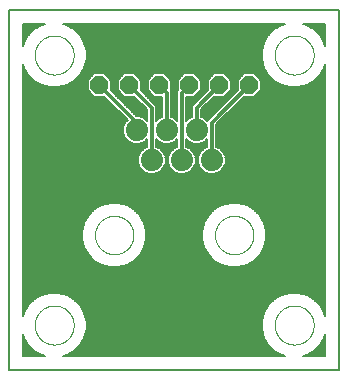
<source format=gtl>
G75*
%MOIN*%
%OFA0B0*%
%FSLAX25Y25*%
%IPPOS*%
%LPD*%
%AMOC8*
5,1,8,0,0,1.08239X$1,22.5*
%
%ADD10C,0.00600*%
%ADD11C,0.00000*%
%ADD12C,0.07400*%
%ADD13OC8,0.06000*%
%ADD14C,0.01200*%
D10*
X0001300Y0001300D02*
X0001300Y0121300D01*
X0111300Y0121300D01*
X0111300Y0001300D01*
X0001300Y0001300D01*
X0005900Y0005900D02*
X0013385Y0005900D01*
X0012131Y0006236D01*
X0009669Y0007658D01*
X0007658Y0009669D01*
X0006236Y0012131D01*
X0005900Y0013385D01*
X0005900Y0005900D01*
X0005900Y0005928D02*
X0013281Y0005928D01*
X0011628Y0006526D02*
X0005900Y0006526D01*
X0005900Y0007125D02*
X0010592Y0007125D01*
X0009603Y0007723D02*
X0005900Y0007723D01*
X0005900Y0008322D02*
X0009005Y0008322D01*
X0008406Y0008920D02*
X0005900Y0008920D01*
X0005900Y0009519D02*
X0007808Y0009519D01*
X0007399Y0010117D02*
X0005900Y0010117D01*
X0005900Y0010716D02*
X0007053Y0010716D01*
X0006708Y0011314D02*
X0005900Y0011314D01*
X0005900Y0011913D02*
X0006362Y0011913D01*
X0006134Y0012511D02*
X0005900Y0012511D01*
X0005900Y0013110D02*
X0005974Y0013110D01*
X0005900Y0019215D02*
X0005900Y0103385D01*
X0006236Y0102131D01*
X0007658Y0099669D01*
X0009669Y0097658D01*
X0012131Y0096236D01*
X0014878Y0095500D01*
X0017722Y0095500D01*
X0020469Y0096236D01*
X0022931Y0097658D01*
X0024942Y0099669D01*
X0026364Y0102131D01*
X0027100Y0104878D01*
X0027100Y0107722D01*
X0026364Y0110469D01*
X0024942Y0112931D01*
X0022931Y0114942D01*
X0020469Y0116364D01*
X0019215Y0116700D01*
X0093385Y0116700D01*
X0092131Y0116364D01*
X0089669Y0114942D01*
X0087658Y0112931D01*
X0086236Y0110469D01*
X0085500Y0107722D01*
X0085500Y0104878D01*
X0086236Y0102131D01*
X0087658Y0099669D01*
X0089669Y0097658D01*
X0092131Y0096236D01*
X0094878Y0095500D01*
X0097722Y0095500D01*
X0100469Y0096236D01*
X0102931Y0097658D01*
X0104942Y0099669D01*
X0106364Y0102131D01*
X0106700Y0103385D01*
X0106700Y0019215D01*
X0106364Y0020469D01*
X0104942Y0022931D01*
X0102931Y0024942D01*
X0100469Y0026364D01*
X0097722Y0027100D01*
X0094878Y0027100D01*
X0092131Y0026364D01*
X0089669Y0024942D01*
X0087658Y0022931D01*
X0086236Y0020469D01*
X0085500Y0017722D01*
X0085500Y0014878D01*
X0086236Y0012131D01*
X0087658Y0009669D01*
X0089669Y0007658D01*
X0092131Y0006236D01*
X0093385Y0005900D01*
X0019215Y0005900D01*
X0020469Y0006236D01*
X0022931Y0007658D01*
X0024942Y0009669D01*
X0026364Y0012131D01*
X0027100Y0014878D01*
X0027100Y0017722D01*
X0026364Y0020469D01*
X0024942Y0022931D01*
X0022931Y0024942D01*
X0020469Y0026364D01*
X0017722Y0027100D01*
X0014878Y0027100D01*
X0012131Y0026364D01*
X0009669Y0024942D01*
X0007658Y0022931D01*
X0006236Y0020469D01*
X0005900Y0019215D01*
X0005900Y0019694D02*
X0006028Y0019694D01*
X0005900Y0020292D02*
X0006189Y0020292D01*
X0005900Y0020891D02*
X0006480Y0020891D01*
X0006825Y0021489D02*
X0005900Y0021489D01*
X0005900Y0022088D02*
X0007171Y0022088D01*
X0007516Y0022686D02*
X0005900Y0022686D01*
X0005900Y0023285D02*
X0008011Y0023285D01*
X0008610Y0023883D02*
X0005900Y0023883D01*
X0005900Y0024482D02*
X0009208Y0024482D01*
X0009908Y0025080D02*
X0005900Y0025080D01*
X0005900Y0025679D02*
X0010944Y0025679D01*
X0011981Y0026277D02*
X0005900Y0026277D01*
X0005900Y0026876D02*
X0014041Y0026876D01*
X0018559Y0026876D02*
X0094041Y0026876D01*
X0091981Y0026277D02*
X0020619Y0026277D01*
X0021656Y0025679D02*
X0090944Y0025679D01*
X0089908Y0025080D02*
X0022692Y0025080D01*
X0023392Y0024482D02*
X0089208Y0024482D01*
X0088610Y0023883D02*
X0023990Y0023883D01*
X0024589Y0023285D02*
X0088011Y0023285D01*
X0087516Y0022686D02*
X0025084Y0022686D01*
X0025429Y0022088D02*
X0087171Y0022088D01*
X0086825Y0021489D02*
X0025775Y0021489D01*
X0026120Y0020891D02*
X0086480Y0020891D01*
X0086189Y0020292D02*
X0026411Y0020292D01*
X0026572Y0019694D02*
X0086028Y0019694D01*
X0085868Y0019095D02*
X0026732Y0019095D01*
X0026892Y0018497D02*
X0085708Y0018497D01*
X0085547Y0017898D02*
X0027053Y0017898D01*
X0027100Y0017300D02*
X0085500Y0017300D01*
X0085500Y0016701D02*
X0027100Y0016701D01*
X0027100Y0016103D02*
X0085500Y0016103D01*
X0085500Y0015504D02*
X0027100Y0015504D01*
X0027100Y0014905D02*
X0085500Y0014905D01*
X0085653Y0014307D02*
X0026947Y0014307D01*
X0026787Y0013708D02*
X0085813Y0013708D01*
X0085974Y0013110D02*
X0026626Y0013110D01*
X0026466Y0012511D02*
X0086134Y0012511D01*
X0086362Y0011913D02*
X0026238Y0011913D01*
X0025892Y0011314D02*
X0086708Y0011314D01*
X0087053Y0010716D02*
X0025547Y0010716D01*
X0025201Y0010117D02*
X0087399Y0010117D01*
X0087808Y0009519D02*
X0024792Y0009519D01*
X0024194Y0008920D02*
X0088406Y0008920D01*
X0089005Y0008322D02*
X0023595Y0008322D01*
X0022997Y0007723D02*
X0089603Y0007723D01*
X0090592Y0007125D02*
X0022008Y0007125D01*
X0020972Y0006526D02*
X0091628Y0006526D01*
X0093281Y0005928D02*
X0019318Y0005928D01*
X0005900Y0027474D02*
X0106700Y0027474D01*
X0106700Y0026876D02*
X0098559Y0026876D01*
X0100619Y0026277D02*
X0106700Y0026277D01*
X0106700Y0025679D02*
X0101656Y0025679D01*
X0102692Y0025080D02*
X0106700Y0025080D01*
X0106700Y0024482D02*
X0103392Y0024482D01*
X0103990Y0023883D02*
X0106700Y0023883D01*
X0106700Y0023285D02*
X0104589Y0023285D01*
X0105084Y0022686D02*
X0106700Y0022686D01*
X0106700Y0022088D02*
X0105429Y0022088D01*
X0105775Y0021489D02*
X0106700Y0021489D01*
X0106700Y0020891D02*
X0106120Y0020891D01*
X0106411Y0020292D02*
X0106700Y0020292D01*
X0106700Y0019694D02*
X0106572Y0019694D01*
X0106700Y0013385D02*
X0106700Y0005900D01*
X0099215Y0005900D01*
X0100469Y0006236D01*
X0102931Y0007658D01*
X0104942Y0009669D01*
X0106364Y0012131D01*
X0106700Y0013385D01*
X0106700Y0013110D02*
X0106626Y0013110D01*
X0106700Y0012511D02*
X0106466Y0012511D01*
X0106238Y0011913D02*
X0106700Y0011913D01*
X0106700Y0011314D02*
X0105892Y0011314D01*
X0105547Y0010716D02*
X0106700Y0010716D01*
X0106700Y0010117D02*
X0105201Y0010117D01*
X0104792Y0009519D02*
X0106700Y0009519D01*
X0106700Y0008920D02*
X0104194Y0008920D01*
X0103595Y0008322D02*
X0106700Y0008322D01*
X0106700Y0007723D02*
X0102997Y0007723D01*
X0102008Y0007125D02*
X0106700Y0007125D01*
X0106700Y0006526D02*
X0100972Y0006526D01*
X0099318Y0005928D02*
X0106700Y0005928D01*
X0106700Y0028073D02*
X0005900Y0028073D01*
X0005900Y0028671D02*
X0106700Y0028671D01*
X0106700Y0029270D02*
X0005900Y0029270D01*
X0005900Y0029868D02*
X0106700Y0029868D01*
X0106700Y0030467D02*
X0005900Y0030467D01*
X0005900Y0031065D02*
X0106700Y0031065D01*
X0106700Y0031664D02*
X0005900Y0031664D01*
X0005900Y0032262D02*
X0106700Y0032262D01*
X0106700Y0032861D02*
X0005900Y0032861D01*
X0005900Y0033459D02*
X0106700Y0033459D01*
X0106700Y0034058D02*
X0005900Y0034058D01*
X0005900Y0034656D02*
X0106700Y0034656D01*
X0106700Y0035255D02*
X0005900Y0035255D01*
X0005900Y0035853D02*
X0033946Y0035853D01*
X0034891Y0035600D02*
X0037709Y0035600D01*
X0040430Y0036329D01*
X0042870Y0037738D01*
X0044862Y0039730D01*
X0046271Y0042170D01*
X0047000Y0044891D01*
X0047000Y0047709D01*
X0046271Y0050430D01*
X0044862Y0052870D01*
X0042870Y0054862D01*
X0040430Y0056271D01*
X0037709Y0057000D01*
X0034891Y0057000D01*
X0032170Y0056271D01*
X0029730Y0054862D01*
X0027738Y0052870D01*
X0026329Y0050430D01*
X0025600Y0047709D01*
X0025600Y0044891D01*
X0026329Y0042170D01*
X0027738Y0039730D01*
X0029730Y0037738D01*
X0032170Y0036329D01*
X0034891Y0035600D01*
X0031957Y0036452D02*
X0005900Y0036452D01*
X0005900Y0037050D02*
X0030921Y0037050D01*
X0029884Y0037649D02*
X0005900Y0037649D01*
X0005900Y0038247D02*
X0029220Y0038247D01*
X0028622Y0038846D02*
X0005900Y0038846D01*
X0005900Y0039444D02*
X0028023Y0039444D01*
X0027557Y0040043D02*
X0005900Y0040043D01*
X0005900Y0040641D02*
X0027212Y0040641D01*
X0026866Y0041240D02*
X0005900Y0041240D01*
X0005900Y0041839D02*
X0026521Y0041839D01*
X0026258Y0042437D02*
X0005900Y0042437D01*
X0005900Y0043036D02*
X0026097Y0043036D01*
X0025937Y0043634D02*
X0005900Y0043634D01*
X0005900Y0044233D02*
X0025777Y0044233D01*
X0025616Y0044831D02*
X0005900Y0044831D01*
X0005900Y0045430D02*
X0025600Y0045430D01*
X0025600Y0046028D02*
X0005900Y0046028D01*
X0005900Y0046627D02*
X0025600Y0046627D01*
X0025600Y0047225D02*
X0005900Y0047225D01*
X0005900Y0047824D02*
X0025631Y0047824D01*
X0025791Y0048422D02*
X0005900Y0048422D01*
X0005900Y0049021D02*
X0025952Y0049021D01*
X0026112Y0049619D02*
X0005900Y0049619D01*
X0005900Y0050218D02*
X0026272Y0050218D01*
X0026552Y0050816D02*
X0005900Y0050816D01*
X0005900Y0051415D02*
X0026898Y0051415D01*
X0027243Y0052013D02*
X0005900Y0052013D01*
X0005900Y0052612D02*
X0027589Y0052612D01*
X0028078Y0053210D02*
X0005900Y0053210D01*
X0005900Y0053809D02*
X0028677Y0053809D01*
X0029275Y0054407D02*
X0005900Y0054407D01*
X0005900Y0055006D02*
X0029979Y0055006D01*
X0031015Y0055604D02*
X0005900Y0055604D01*
X0005900Y0056203D02*
X0032052Y0056203D01*
X0034150Y0056801D02*
X0005900Y0056801D01*
X0005900Y0057400D02*
X0106700Y0057400D01*
X0106700Y0057998D02*
X0005900Y0057998D01*
X0005900Y0058597D02*
X0106700Y0058597D01*
X0106700Y0059195D02*
X0005900Y0059195D01*
X0005900Y0059794D02*
X0106700Y0059794D01*
X0106700Y0060392D02*
X0005900Y0060392D01*
X0005900Y0060991D02*
X0106700Y0060991D01*
X0106700Y0061589D02*
X0005900Y0061589D01*
X0005900Y0062188D02*
X0106700Y0062188D01*
X0106700Y0062786D02*
X0005900Y0062786D01*
X0005900Y0063385D02*
X0106700Y0063385D01*
X0106700Y0063983D02*
X0005900Y0063983D01*
X0005900Y0064582D02*
X0106700Y0064582D01*
X0106700Y0065180D02*
X0005900Y0065180D01*
X0005900Y0065779D02*
X0106700Y0065779D01*
X0106700Y0066377D02*
X0005900Y0066377D01*
X0005900Y0066976D02*
X0047219Y0066976D01*
X0047885Y0066700D02*
X0046194Y0067400D01*
X0044900Y0068694D01*
X0044200Y0070385D01*
X0044200Y0072215D01*
X0044900Y0073906D01*
X0046194Y0075200D01*
X0047300Y0075658D01*
X0047300Y0078295D01*
X0046406Y0077400D01*
X0044715Y0076700D01*
X0042885Y0076700D01*
X0041194Y0077400D01*
X0039900Y0078694D01*
X0039200Y0080385D01*
X0039200Y0082215D01*
X0039900Y0083906D01*
X0040737Y0084742D01*
X0032997Y0092482D01*
X0032915Y0092400D01*
X0029685Y0092400D01*
X0027400Y0094685D01*
X0027400Y0097915D01*
X0029685Y0100200D01*
X0032915Y0100200D01*
X0035200Y0097915D01*
X0035200Y0094685D01*
X0035118Y0094603D01*
X0043821Y0085900D01*
X0044715Y0085900D01*
X0046406Y0085200D01*
X0047300Y0084305D01*
X0047300Y0088179D01*
X0042997Y0092482D01*
X0042915Y0092400D01*
X0039685Y0092400D01*
X0037400Y0094685D01*
X0037400Y0097915D01*
X0039685Y0100200D01*
X0042915Y0100200D01*
X0045200Y0097915D01*
X0045200Y0094685D01*
X0045118Y0094603D01*
X0050300Y0089421D01*
X0050300Y0084305D01*
X0051194Y0085200D01*
X0052300Y0085658D01*
X0052300Y0092400D01*
X0049685Y0092400D01*
X0047400Y0094685D01*
X0047400Y0097915D01*
X0049685Y0100200D01*
X0052915Y0100200D01*
X0055200Y0097915D01*
X0055200Y0094685D01*
X0055118Y0094603D01*
X0055300Y0094421D01*
X0055300Y0085658D01*
X0056406Y0085200D01*
X0057300Y0084305D01*
X0057300Y0094421D01*
X0057482Y0094603D01*
X0057400Y0094685D01*
X0057400Y0097915D01*
X0059685Y0100200D01*
X0062915Y0100200D01*
X0065200Y0097915D01*
X0065200Y0094685D01*
X0062915Y0092400D01*
X0060300Y0092400D01*
X0060300Y0084305D01*
X0061194Y0085200D01*
X0062300Y0085658D01*
X0062300Y0089421D01*
X0067482Y0094603D01*
X0067400Y0094685D01*
X0067400Y0097915D01*
X0069685Y0100200D01*
X0072915Y0100200D01*
X0075200Y0097915D01*
X0075200Y0094685D01*
X0072915Y0092400D01*
X0069685Y0092400D01*
X0069603Y0092482D01*
X0065300Y0088179D01*
X0065300Y0085658D01*
X0066406Y0085200D01*
X0067300Y0084305D01*
X0067300Y0084421D01*
X0077482Y0094603D01*
X0077400Y0094685D01*
X0077400Y0097915D01*
X0079685Y0100200D01*
X0082915Y0100200D01*
X0085200Y0097915D01*
X0085200Y0094685D01*
X0082915Y0092400D01*
X0079685Y0092400D01*
X0079603Y0092482D01*
X0070300Y0083179D01*
X0070300Y0075658D01*
X0071406Y0075200D01*
X0072700Y0073906D01*
X0073400Y0072215D01*
X0073400Y0070385D01*
X0072700Y0068694D01*
X0071406Y0067400D01*
X0069715Y0066700D01*
X0067885Y0066700D01*
X0066194Y0067400D01*
X0064900Y0068694D01*
X0064200Y0070385D01*
X0064200Y0072215D01*
X0064900Y0073906D01*
X0066194Y0075200D01*
X0067300Y0075658D01*
X0067300Y0078295D01*
X0066406Y0077400D01*
X0064715Y0076700D01*
X0062885Y0076700D01*
X0061194Y0077400D01*
X0060300Y0078295D01*
X0060300Y0075658D01*
X0061406Y0075200D01*
X0062700Y0073906D01*
X0063400Y0072215D01*
X0063400Y0070385D01*
X0062700Y0068694D01*
X0061406Y0067400D01*
X0059715Y0066700D01*
X0057885Y0066700D01*
X0056194Y0067400D01*
X0054900Y0068694D01*
X0054200Y0070385D01*
X0054200Y0072215D01*
X0054900Y0073906D01*
X0056194Y0075200D01*
X0057300Y0075658D01*
X0057300Y0078295D01*
X0056406Y0077400D01*
X0054715Y0076700D01*
X0052885Y0076700D01*
X0051194Y0077400D01*
X0050300Y0078295D01*
X0050300Y0075658D01*
X0051406Y0075200D01*
X0052700Y0073906D01*
X0053400Y0072215D01*
X0053400Y0070385D01*
X0052700Y0068694D01*
X0051406Y0067400D01*
X0049715Y0066700D01*
X0047885Y0066700D01*
X0046020Y0067574D02*
X0005900Y0067574D01*
X0005900Y0068173D02*
X0045422Y0068173D01*
X0044868Y0068772D02*
X0005900Y0068772D01*
X0005900Y0069370D02*
X0044620Y0069370D01*
X0044372Y0069969D02*
X0005900Y0069969D01*
X0005900Y0070567D02*
X0044200Y0070567D01*
X0044200Y0071166D02*
X0005900Y0071166D01*
X0005900Y0071764D02*
X0044200Y0071764D01*
X0044261Y0072363D02*
X0005900Y0072363D01*
X0005900Y0072961D02*
X0044509Y0072961D01*
X0044757Y0073560D02*
X0005900Y0073560D01*
X0005900Y0074158D02*
X0045153Y0074158D01*
X0045751Y0074757D02*
X0005900Y0074757D01*
X0005900Y0075355D02*
X0046570Y0075355D01*
X0047300Y0075954D02*
X0005900Y0075954D01*
X0005900Y0076552D02*
X0047300Y0076552D01*
X0047300Y0077151D02*
X0045803Y0077151D01*
X0046755Y0077749D02*
X0047300Y0077749D01*
X0050300Y0077749D02*
X0050845Y0077749D01*
X0050300Y0077151D02*
X0051797Y0077151D01*
X0051030Y0075355D02*
X0056570Y0075355D01*
X0057300Y0075954D02*
X0050300Y0075954D01*
X0050300Y0076552D02*
X0057300Y0076552D01*
X0057300Y0077151D02*
X0055803Y0077151D01*
X0056755Y0077749D02*
X0057300Y0077749D01*
X0060300Y0077749D02*
X0060845Y0077749D01*
X0060300Y0077151D02*
X0061797Y0077151D01*
X0060300Y0076552D02*
X0067300Y0076552D01*
X0067300Y0075954D02*
X0060300Y0075954D01*
X0061030Y0075355D02*
X0066570Y0075355D01*
X0065751Y0074757D02*
X0061849Y0074757D01*
X0062447Y0074158D02*
X0065153Y0074158D01*
X0064757Y0073560D02*
X0062843Y0073560D01*
X0063091Y0072961D02*
X0064509Y0072961D01*
X0064261Y0072363D02*
X0063339Y0072363D01*
X0063400Y0071764D02*
X0064200Y0071764D01*
X0064200Y0071166D02*
X0063400Y0071166D01*
X0063400Y0070567D02*
X0064200Y0070567D01*
X0064372Y0069969D02*
X0063227Y0069969D01*
X0062980Y0069370D02*
X0064620Y0069370D01*
X0064868Y0068772D02*
X0062732Y0068772D01*
X0062178Y0068173D02*
X0065422Y0068173D01*
X0066020Y0067574D02*
X0061580Y0067574D01*
X0060381Y0066976D02*
X0067219Y0066976D01*
X0070381Y0066976D02*
X0106700Y0066976D01*
X0106700Y0067574D02*
X0071580Y0067574D01*
X0072178Y0068173D02*
X0106700Y0068173D01*
X0106700Y0068772D02*
X0072732Y0068772D01*
X0072980Y0069370D02*
X0106700Y0069370D01*
X0106700Y0069969D02*
X0073227Y0069969D01*
X0073400Y0070567D02*
X0106700Y0070567D01*
X0106700Y0071166D02*
X0073400Y0071166D01*
X0073400Y0071764D02*
X0106700Y0071764D01*
X0106700Y0072363D02*
X0073339Y0072363D01*
X0073091Y0072961D02*
X0106700Y0072961D01*
X0106700Y0073560D02*
X0072843Y0073560D01*
X0072447Y0074158D02*
X0106700Y0074158D01*
X0106700Y0074757D02*
X0071849Y0074757D01*
X0071030Y0075355D02*
X0106700Y0075355D01*
X0106700Y0075954D02*
X0070300Y0075954D01*
X0070300Y0076552D02*
X0106700Y0076552D01*
X0106700Y0077151D02*
X0070300Y0077151D01*
X0070300Y0077749D02*
X0106700Y0077749D01*
X0106700Y0078348D02*
X0070300Y0078348D01*
X0070300Y0078946D02*
X0106700Y0078946D01*
X0106700Y0079545D02*
X0070300Y0079545D01*
X0070300Y0080143D02*
X0106700Y0080143D01*
X0106700Y0080742D02*
X0070300Y0080742D01*
X0070300Y0081340D02*
X0106700Y0081340D01*
X0106700Y0081939D02*
X0070300Y0081939D01*
X0070300Y0082537D02*
X0106700Y0082537D01*
X0106700Y0083136D02*
X0070300Y0083136D01*
X0070856Y0083734D02*
X0106700Y0083734D01*
X0106700Y0084333D02*
X0071454Y0084333D01*
X0072053Y0084931D02*
X0106700Y0084931D01*
X0106700Y0085530D02*
X0072651Y0085530D01*
X0073250Y0086128D02*
X0106700Y0086128D01*
X0106700Y0086727D02*
X0073848Y0086727D01*
X0074447Y0087325D02*
X0106700Y0087325D01*
X0106700Y0087924D02*
X0075045Y0087924D01*
X0075644Y0088522D02*
X0106700Y0088522D01*
X0106700Y0089121D02*
X0076242Y0089121D01*
X0076841Y0089719D02*
X0106700Y0089719D01*
X0106700Y0090318D02*
X0077439Y0090318D01*
X0078038Y0090916D02*
X0106700Y0090916D01*
X0106700Y0091515D02*
X0078636Y0091515D01*
X0079235Y0092113D02*
X0106700Y0092113D01*
X0106700Y0092712D02*
X0083227Y0092712D01*
X0083826Y0093310D02*
X0106700Y0093310D01*
X0106700Y0093909D02*
X0084424Y0093909D01*
X0085023Y0094508D02*
X0106700Y0094508D01*
X0106700Y0095106D02*
X0085200Y0095106D01*
X0085200Y0095705D02*
X0094115Y0095705D01*
X0092015Y0096303D02*
X0085200Y0096303D01*
X0085200Y0096902D02*
X0090979Y0096902D01*
X0089942Y0097500D02*
X0085200Y0097500D01*
X0085017Y0098099D02*
X0089228Y0098099D01*
X0088629Y0098697D02*
X0084418Y0098697D01*
X0083820Y0099296D02*
X0088031Y0099296D01*
X0087528Y0099894D02*
X0083221Y0099894D01*
X0086491Y0101690D02*
X0026109Y0101690D01*
X0026406Y0102288D02*
X0086194Y0102288D01*
X0086034Y0102887D02*
X0026566Y0102887D01*
X0026727Y0103485D02*
X0085873Y0103485D01*
X0085713Y0104084D02*
X0026887Y0104084D01*
X0027047Y0104682D02*
X0085552Y0104682D01*
X0085500Y0105281D02*
X0027100Y0105281D01*
X0027100Y0105879D02*
X0085500Y0105879D01*
X0085500Y0106478D02*
X0027100Y0106478D01*
X0027100Y0107076D02*
X0085500Y0107076D01*
X0085500Y0107675D02*
X0027100Y0107675D01*
X0026952Y0108273D02*
X0085648Y0108273D01*
X0085808Y0108872D02*
X0026792Y0108872D01*
X0026631Y0109470D02*
X0085969Y0109470D01*
X0086129Y0110069D02*
X0026471Y0110069D01*
X0026249Y0110667D02*
X0086351Y0110667D01*
X0086696Y0111266D02*
X0025904Y0111266D01*
X0025558Y0111864D02*
X0087042Y0111864D01*
X0087387Y0112463D02*
X0025213Y0112463D01*
X0024812Y0113061D02*
X0087788Y0113061D01*
X0088386Y0113660D02*
X0024214Y0113660D01*
X0023615Y0114258D02*
X0088985Y0114258D01*
X0089583Y0114857D02*
X0023017Y0114857D01*
X0022042Y0115455D02*
X0090558Y0115455D01*
X0091594Y0116054D02*
X0021006Y0116054D01*
X0019392Y0116652D02*
X0093208Y0116652D01*
X0099215Y0116700D02*
X0106700Y0116700D01*
X0106700Y0109215D01*
X0106364Y0110469D01*
X0104942Y0112931D01*
X0102931Y0114942D01*
X0100469Y0116364D01*
X0099215Y0116700D01*
X0099392Y0116652D02*
X0106700Y0116652D01*
X0106700Y0116054D02*
X0101006Y0116054D01*
X0102042Y0115455D02*
X0106700Y0115455D01*
X0106700Y0114857D02*
X0103017Y0114857D01*
X0103615Y0114258D02*
X0106700Y0114258D01*
X0106700Y0113660D02*
X0104214Y0113660D01*
X0104812Y0113061D02*
X0106700Y0113061D01*
X0106700Y0112463D02*
X0105213Y0112463D01*
X0105558Y0111864D02*
X0106700Y0111864D01*
X0106700Y0111266D02*
X0105904Y0111266D01*
X0106249Y0110667D02*
X0106700Y0110667D01*
X0106700Y0110069D02*
X0106471Y0110069D01*
X0106631Y0109470D02*
X0106700Y0109470D01*
X0106700Y0102887D02*
X0106566Y0102887D01*
X0106700Y0102288D02*
X0106406Y0102288D01*
X0106700Y0101690D02*
X0106109Y0101690D01*
X0105763Y0101091D02*
X0106700Y0101091D01*
X0106700Y0100493D02*
X0105418Y0100493D01*
X0105072Y0099894D02*
X0106700Y0099894D01*
X0106700Y0099296D02*
X0104569Y0099296D01*
X0103971Y0098697D02*
X0106700Y0098697D01*
X0106700Y0098099D02*
X0103372Y0098099D01*
X0102658Y0097500D02*
X0106700Y0097500D01*
X0106700Y0096902D02*
X0101621Y0096902D01*
X0100585Y0096303D02*
X0106700Y0096303D01*
X0106700Y0095705D02*
X0098485Y0095705D01*
X0087182Y0100493D02*
X0025418Y0100493D01*
X0025763Y0101091D02*
X0086837Y0101091D01*
X0079379Y0099894D02*
X0073221Y0099894D01*
X0073820Y0099296D02*
X0078780Y0099296D01*
X0078182Y0098697D02*
X0074418Y0098697D01*
X0075017Y0098099D02*
X0077583Y0098099D01*
X0077400Y0097500D02*
X0075200Y0097500D01*
X0075200Y0096902D02*
X0077400Y0096902D01*
X0077400Y0096303D02*
X0075200Y0096303D01*
X0075200Y0095705D02*
X0077400Y0095705D01*
X0077400Y0095106D02*
X0075200Y0095106D01*
X0075023Y0094508D02*
X0077386Y0094508D01*
X0076788Y0093909D02*
X0074424Y0093909D01*
X0073826Y0093310D02*
X0076189Y0093310D01*
X0075591Y0092712D02*
X0073227Y0092712D01*
X0074394Y0091515D02*
X0068636Y0091515D01*
X0068038Y0090916D02*
X0073795Y0090916D01*
X0073197Y0090318D02*
X0067439Y0090318D01*
X0066841Y0089719D02*
X0072598Y0089719D01*
X0072000Y0089121D02*
X0066242Y0089121D01*
X0065644Y0088522D02*
X0071401Y0088522D01*
X0070803Y0087924D02*
X0065300Y0087924D01*
X0065300Y0087325D02*
X0070204Y0087325D01*
X0069606Y0086727D02*
X0065300Y0086727D01*
X0065300Y0086128D02*
X0069007Y0086128D01*
X0068409Y0085530D02*
X0065609Y0085530D01*
X0066674Y0084931D02*
X0067810Y0084931D01*
X0067300Y0084333D02*
X0067273Y0084333D01*
X0062300Y0086128D02*
X0060300Y0086128D01*
X0060300Y0085530D02*
X0061991Y0085530D01*
X0060926Y0084931D02*
X0060300Y0084931D01*
X0060300Y0084333D02*
X0060327Y0084333D01*
X0060300Y0086727D02*
X0062300Y0086727D01*
X0062300Y0087325D02*
X0060300Y0087325D01*
X0060300Y0087924D02*
X0062300Y0087924D01*
X0062300Y0088522D02*
X0060300Y0088522D01*
X0060300Y0089121D02*
X0062300Y0089121D01*
X0062598Y0089719D02*
X0060300Y0089719D01*
X0060300Y0090318D02*
X0063197Y0090318D01*
X0063795Y0090916D02*
X0060300Y0090916D01*
X0060300Y0091515D02*
X0064394Y0091515D01*
X0064992Y0092113D02*
X0060300Y0092113D01*
X0063227Y0092712D02*
X0065591Y0092712D01*
X0066189Y0093310D02*
X0063826Y0093310D01*
X0064424Y0093909D02*
X0066788Y0093909D01*
X0067386Y0094508D02*
X0065023Y0094508D01*
X0065200Y0095106D02*
X0067400Y0095106D01*
X0067400Y0095705D02*
X0065200Y0095705D01*
X0065200Y0096303D02*
X0067400Y0096303D01*
X0067400Y0096902D02*
X0065200Y0096902D01*
X0065200Y0097500D02*
X0067400Y0097500D01*
X0067583Y0098099D02*
X0065017Y0098099D01*
X0064418Y0098697D02*
X0068182Y0098697D01*
X0068780Y0099296D02*
X0063820Y0099296D01*
X0063221Y0099894D02*
X0069379Y0099894D01*
X0069235Y0092113D02*
X0074992Y0092113D01*
X0067300Y0077749D02*
X0066755Y0077749D01*
X0067300Y0077151D02*
X0065803Y0077151D01*
X0057300Y0084333D02*
X0057273Y0084333D01*
X0057300Y0084931D02*
X0056674Y0084931D01*
X0057300Y0085530D02*
X0055609Y0085530D01*
X0055300Y0086128D02*
X0057300Y0086128D01*
X0057300Y0086727D02*
X0055300Y0086727D01*
X0055300Y0087325D02*
X0057300Y0087325D01*
X0057300Y0087924D02*
X0055300Y0087924D01*
X0055300Y0088522D02*
X0057300Y0088522D01*
X0057300Y0089121D02*
X0055300Y0089121D01*
X0055300Y0089719D02*
X0057300Y0089719D01*
X0057300Y0090318D02*
X0055300Y0090318D01*
X0055300Y0090916D02*
X0057300Y0090916D01*
X0057300Y0091515D02*
X0055300Y0091515D01*
X0055300Y0092113D02*
X0057300Y0092113D01*
X0057300Y0092712D02*
X0055300Y0092712D01*
X0055300Y0093310D02*
X0057300Y0093310D01*
X0057300Y0093909D02*
X0055300Y0093909D01*
X0055214Y0094508D02*
X0057386Y0094508D01*
X0057400Y0095106D02*
X0055200Y0095106D01*
X0055200Y0095705D02*
X0057400Y0095705D01*
X0057400Y0096303D02*
X0055200Y0096303D01*
X0055200Y0096902D02*
X0057400Y0096902D01*
X0057400Y0097500D02*
X0055200Y0097500D01*
X0055017Y0098099D02*
X0057583Y0098099D01*
X0058182Y0098697D02*
X0054418Y0098697D01*
X0053820Y0099296D02*
X0058780Y0099296D01*
X0059379Y0099894D02*
X0053221Y0099894D01*
X0049379Y0099894D02*
X0043221Y0099894D01*
X0043820Y0099296D02*
X0048780Y0099296D01*
X0048182Y0098697D02*
X0044418Y0098697D01*
X0045017Y0098099D02*
X0047583Y0098099D01*
X0047400Y0097500D02*
X0045200Y0097500D01*
X0045200Y0096902D02*
X0047400Y0096902D01*
X0047400Y0096303D02*
X0045200Y0096303D01*
X0045200Y0095705D02*
X0047400Y0095705D01*
X0047400Y0095106D02*
X0045200Y0095106D01*
X0045214Y0094508D02*
X0047577Y0094508D01*
X0048176Y0093909D02*
X0045812Y0093909D01*
X0046411Y0093310D02*
X0048774Y0093310D01*
X0049373Y0092712D02*
X0047009Y0092712D01*
X0047608Y0092113D02*
X0052300Y0092113D01*
X0052300Y0091515D02*
X0048206Y0091515D01*
X0048805Y0090916D02*
X0052300Y0090916D01*
X0052300Y0090318D02*
X0049403Y0090318D01*
X0050002Y0089719D02*
X0052300Y0089719D01*
X0052300Y0089121D02*
X0050300Y0089121D01*
X0050300Y0088522D02*
X0052300Y0088522D01*
X0052300Y0087924D02*
X0050300Y0087924D01*
X0050300Y0087325D02*
X0052300Y0087325D01*
X0052300Y0086727D02*
X0050300Y0086727D01*
X0050300Y0086128D02*
X0052300Y0086128D01*
X0051991Y0085530D02*
X0050300Y0085530D01*
X0050300Y0084931D02*
X0050926Y0084931D01*
X0050327Y0084333D02*
X0050300Y0084333D01*
X0047300Y0084333D02*
X0047273Y0084333D01*
X0047300Y0084931D02*
X0046674Y0084931D01*
X0047300Y0085530D02*
X0045609Y0085530D01*
X0047300Y0086128D02*
X0043593Y0086128D01*
X0042994Y0086727D02*
X0047300Y0086727D01*
X0047300Y0087325D02*
X0042396Y0087325D01*
X0041797Y0087924D02*
X0047300Y0087924D01*
X0046956Y0088522D02*
X0041199Y0088522D01*
X0040600Y0089121D02*
X0046358Y0089121D01*
X0045759Y0089719D02*
X0040002Y0089719D01*
X0039403Y0090318D02*
X0045161Y0090318D01*
X0044562Y0090916D02*
X0038805Y0090916D01*
X0038206Y0091515D02*
X0043964Y0091515D01*
X0043365Y0092113D02*
X0037608Y0092113D01*
X0037009Y0092712D02*
X0039373Y0092712D01*
X0038774Y0093310D02*
X0036411Y0093310D01*
X0035812Y0093909D02*
X0038176Y0093909D01*
X0037577Y0094508D02*
X0035214Y0094508D01*
X0035200Y0095106D02*
X0037400Y0095106D01*
X0037400Y0095705D02*
X0035200Y0095705D01*
X0035200Y0096303D02*
X0037400Y0096303D01*
X0037400Y0096902D02*
X0035200Y0096902D01*
X0035200Y0097500D02*
X0037400Y0097500D01*
X0037583Y0098099D02*
X0035017Y0098099D01*
X0034418Y0098697D02*
X0038182Y0098697D01*
X0038780Y0099296D02*
X0033820Y0099296D01*
X0033221Y0099894D02*
X0039379Y0099894D01*
X0033365Y0092113D02*
X0005900Y0092113D01*
X0005900Y0091515D02*
X0033964Y0091515D01*
X0034562Y0090916D02*
X0005900Y0090916D01*
X0005900Y0090318D02*
X0035161Y0090318D01*
X0035759Y0089719D02*
X0005900Y0089719D01*
X0005900Y0089121D02*
X0036358Y0089121D01*
X0036956Y0088522D02*
X0005900Y0088522D01*
X0005900Y0087924D02*
X0037555Y0087924D01*
X0038153Y0087325D02*
X0005900Y0087325D01*
X0005900Y0086727D02*
X0038752Y0086727D01*
X0039350Y0086128D02*
X0005900Y0086128D01*
X0005900Y0085530D02*
X0039949Y0085530D01*
X0040547Y0084931D02*
X0005900Y0084931D01*
X0005900Y0084333D02*
X0040327Y0084333D01*
X0039829Y0083734D02*
X0005900Y0083734D01*
X0005900Y0083136D02*
X0039581Y0083136D01*
X0039334Y0082537D02*
X0005900Y0082537D01*
X0005900Y0081939D02*
X0039200Y0081939D01*
X0039200Y0081340D02*
X0005900Y0081340D01*
X0005900Y0080742D02*
X0039200Y0080742D01*
X0039300Y0080143D02*
X0005900Y0080143D01*
X0005900Y0079545D02*
X0039548Y0079545D01*
X0039796Y0078946D02*
X0005900Y0078946D01*
X0005900Y0078348D02*
X0040247Y0078348D01*
X0040845Y0077749D02*
X0005900Y0077749D01*
X0005900Y0077151D02*
X0041797Y0077151D01*
X0050381Y0066976D02*
X0057219Y0066976D01*
X0056020Y0067574D02*
X0051580Y0067574D01*
X0052178Y0068173D02*
X0055422Y0068173D01*
X0054868Y0068772D02*
X0052732Y0068772D01*
X0052980Y0069370D02*
X0054620Y0069370D01*
X0054372Y0069969D02*
X0053227Y0069969D01*
X0053400Y0070567D02*
X0054200Y0070567D01*
X0054200Y0071166D02*
X0053400Y0071166D01*
X0053400Y0071764D02*
X0054200Y0071764D01*
X0054261Y0072363D02*
X0053339Y0072363D01*
X0053091Y0072961D02*
X0054509Y0072961D01*
X0054757Y0073560D02*
X0052843Y0073560D01*
X0052447Y0074158D02*
X0055153Y0074158D01*
X0055751Y0074757D02*
X0051849Y0074757D01*
X0038450Y0056801D02*
X0074150Y0056801D01*
X0074891Y0057000D02*
X0072170Y0056271D01*
X0069730Y0054862D01*
X0067738Y0052870D01*
X0066329Y0050430D01*
X0065600Y0047709D01*
X0065600Y0044891D01*
X0066329Y0042170D01*
X0067738Y0039730D01*
X0069730Y0037738D01*
X0072170Y0036329D01*
X0074891Y0035600D01*
X0077709Y0035600D01*
X0080430Y0036329D01*
X0082870Y0037738D01*
X0084862Y0039730D01*
X0086271Y0042170D01*
X0087000Y0044891D01*
X0087000Y0047709D01*
X0086271Y0050430D01*
X0084862Y0052870D01*
X0082870Y0054862D01*
X0080430Y0056271D01*
X0077709Y0057000D01*
X0074891Y0057000D01*
X0072052Y0056203D02*
X0040548Y0056203D01*
X0041585Y0055604D02*
X0071015Y0055604D01*
X0069979Y0055006D02*
X0042621Y0055006D01*
X0043325Y0054407D02*
X0069275Y0054407D01*
X0068677Y0053809D02*
X0043923Y0053809D01*
X0044522Y0053210D02*
X0068078Y0053210D01*
X0067589Y0052612D02*
X0045011Y0052612D01*
X0045357Y0052013D02*
X0067243Y0052013D01*
X0066898Y0051415D02*
X0045702Y0051415D01*
X0046048Y0050816D02*
X0066552Y0050816D01*
X0066272Y0050218D02*
X0046328Y0050218D01*
X0046488Y0049619D02*
X0066112Y0049619D01*
X0065952Y0049021D02*
X0046648Y0049021D01*
X0046809Y0048422D02*
X0065791Y0048422D01*
X0065631Y0047824D02*
X0046969Y0047824D01*
X0047000Y0047225D02*
X0065600Y0047225D01*
X0065600Y0046627D02*
X0047000Y0046627D01*
X0047000Y0046028D02*
X0065600Y0046028D01*
X0065600Y0045430D02*
X0047000Y0045430D01*
X0046984Y0044831D02*
X0065616Y0044831D01*
X0065777Y0044233D02*
X0046823Y0044233D01*
X0046663Y0043634D02*
X0065937Y0043634D01*
X0066097Y0043036D02*
X0046503Y0043036D01*
X0046342Y0042437D02*
X0066258Y0042437D01*
X0066521Y0041839D02*
X0046079Y0041839D01*
X0045734Y0041240D02*
X0066866Y0041240D01*
X0067212Y0040641D02*
X0045388Y0040641D01*
X0045043Y0040043D02*
X0067557Y0040043D01*
X0068023Y0039444D02*
X0044577Y0039444D01*
X0043978Y0038846D02*
X0068622Y0038846D01*
X0069220Y0038247D02*
X0043380Y0038247D01*
X0042716Y0037649D02*
X0069884Y0037649D01*
X0070921Y0037050D02*
X0041679Y0037050D01*
X0040643Y0036452D02*
X0071957Y0036452D01*
X0073946Y0035853D02*
X0038654Y0035853D01*
X0078654Y0035853D02*
X0106700Y0035853D01*
X0106700Y0036452D02*
X0080643Y0036452D01*
X0081679Y0037050D02*
X0106700Y0037050D01*
X0106700Y0037649D02*
X0082716Y0037649D01*
X0083380Y0038247D02*
X0106700Y0038247D01*
X0106700Y0038846D02*
X0083978Y0038846D01*
X0084577Y0039444D02*
X0106700Y0039444D01*
X0106700Y0040043D02*
X0085043Y0040043D01*
X0085388Y0040641D02*
X0106700Y0040641D01*
X0106700Y0041240D02*
X0085734Y0041240D01*
X0086079Y0041839D02*
X0106700Y0041839D01*
X0106700Y0042437D02*
X0086342Y0042437D01*
X0086503Y0043036D02*
X0106700Y0043036D01*
X0106700Y0043634D02*
X0086663Y0043634D01*
X0086823Y0044233D02*
X0106700Y0044233D01*
X0106700Y0044831D02*
X0086984Y0044831D01*
X0087000Y0045430D02*
X0106700Y0045430D01*
X0106700Y0046028D02*
X0087000Y0046028D01*
X0087000Y0046627D02*
X0106700Y0046627D01*
X0106700Y0047225D02*
X0087000Y0047225D01*
X0086969Y0047824D02*
X0106700Y0047824D01*
X0106700Y0048422D02*
X0086809Y0048422D01*
X0086648Y0049021D02*
X0106700Y0049021D01*
X0106700Y0049619D02*
X0086488Y0049619D01*
X0086328Y0050218D02*
X0106700Y0050218D01*
X0106700Y0050816D02*
X0086048Y0050816D01*
X0085702Y0051415D02*
X0106700Y0051415D01*
X0106700Y0052013D02*
X0085357Y0052013D01*
X0085011Y0052612D02*
X0106700Y0052612D01*
X0106700Y0053210D02*
X0084522Y0053210D01*
X0083923Y0053809D02*
X0106700Y0053809D01*
X0106700Y0054407D02*
X0083325Y0054407D01*
X0082621Y0055006D02*
X0106700Y0055006D01*
X0106700Y0055604D02*
X0081585Y0055604D01*
X0080548Y0056203D02*
X0106700Y0056203D01*
X0106700Y0056801D02*
X0078450Y0056801D01*
X0029373Y0092712D02*
X0005900Y0092712D01*
X0005900Y0093310D02*
X0028774Y0093310D01*
X0028176Y0093909D02*
X0005900Y0093909D01*
X0005900Y0094508D02*
X0027577Y0094508D01*
X0027400Y0095106D02*
X0005900Y0095106D01*
X0005900Y0095705D02*
X0014115Y0095705D01*
X0012015Y0096303D02*
X0005900Y0096303D01*
X0005900Y0096902D02*
X0010979Y0096902D01*
X0009942Y0097500D02*
X0005900Y0097500D01*
X0005900Y0098099D02*
X0009228Y0098099D01*
X0008629Y0098697D02*
X0005900Y0098697D01*
X0005900Y0099296D02*
X0008031Y0099296D01*
X0007528Y0099894D02*
X0005900Y0099894D01*
X0005900Y0100493D02*
X0007182Y0100493D01*
X0006837Y0101091D02*
X0005900Y0101091D01*
X0005900Y0101690D02*
X0006491Y0101690D01*
X0006194Y0102288D02*
X0005900Y0102288D01*
X0005900Y0102887D02*
X0006034Y0102887D01*
X0005900Y0109215D02*
X0005900Y0116700D01*
X0013385Y0116700D01*
X0012131Y0116364D01*
X0009669Y0114942D01*
X0007658Y0112931D01*
X0006236Y0110469D01*
X0005900Y0109215D01*
X0005900Y0109470D02*
X0005969Y0109470D01*
X0005900Y0110069D02*
X0006129Y0110069D01*
X0006351Y0110667D02*
X0005900Y0110667D01*
X0005900Y0111266D02*
X0006696Y0111266D01*
X0007042Y0111864D02*
X0005900Y0111864D01*
X0005900Y0112463D02*
X0007387Y0112463D01*
X0007788Y0113061D02*
X0005900Y0113061D01*
X0005900Y0113660D02*
X0008386Y0113660D01*
X0008985Y0114258D02*
X0005900Y0114258D01*
X0005900Y0114857D02*
X0009583Y0114857D01*
X0010558Y0115455D02*
X0005900Y0115455D01*
X0005900Y0116054D02*
X0011594Y0116054D01*
X0013208Y0116652D02*
X0005900Y0116652D01*
X0023372Y0098099D02*
X0027583Y0098099D01*
X0027400Y0097500D02*
X0022658Y0097500D01*
X0021621Y0096902D02*
X0027400Y0096902D01*
X0027400Y0096303D02*
X0020585Y0096303D01*
X0018485Y0095705D02*
X0027400Y0095705D01*
X0028182Y0098697D02*
X0023971Y0098697D01*
X0024569Y0099296D02*
X0028780Y0099296D01*
X0029379Y0099894D02*
X0025072Y0099894D01*
D11*
X0009800Y0106300D02*
X0009802Y0106461D01*
X0009808Y0106621D01*
X0009818Y0106782D01*
X0009832Y0106942D01*
X0009850Y0107102D01*
X0009871Y0107261D01*
X0009897Y0107420D01*
X0009927Y0107578D01*
X0009960Y0107735D01*
X0009998Y0107892D01*
X0010039Y0108047D01*
X0010084Y0108201D01*
X0010133Y0108354D01*
X0010186Y0108506D01*
X0010242Y0108657D01*
X0010303Y0108806D01*
X0010366Y0108954D01*
X0010434Y0109100D01*
X0010505Y0109244D01*
X0010579Y0109386D01*
X0010657Y0109527D01*
X0010739Y0109665D01*
X0010824Y0109802D01*
X0010912Y0109936D01*
X0011004Y0110068D01*
X0011099Y0110198D01*
X0011197Y0110326D01*
X0011298Y0110451D01*
X0011402Y0110573D01*
X0011509Y0110693D01*
X0011619Y0110810D01*
X0011732Y0110925D01*
X0011848Y0111036D01*
X0011967Y0111145D01*
X0012088Y0111250D01*
X0012212Y0111353D01*
X0012338Y0111453D01*
X0012466Y0111549D01*
X0012597Y0111642D01*
X0012731Y0111732D01*
X0012866Y0111819D01*
X0013004Y0111902D01*
X0013143Y0111982D01*
X0013285Y0112058D01*
X0013428Y0112131D01*
X0013573Y0112200D01*
X0013720Y0112266D01*
X0013868Y0112328D01*
X0014018Y0112386D01*
X0014169Y0112441D01*
X0014322Y0112492D01*
X0014476Y0112539D01*
X0014631Y0112582D01*
X0014787Y0112621D01*
X0014943Y0112657D01*
X0015101Y0112688D01*
X0015259Y0112716D01*
X0015418Y0112740D01*
X0015578Y0112760D01*
X0015738Y0112776D01*
X0015898Y0112788D01*
X0016059Y0112796D01*
X0016220Y0112800D01*
X0016380Y0112800D01*
X0016541Y0112796D01*
X0016702Y0112788D01*
X0016862Y0112776D01*
X0017022Y0112760D01*
X0017182Y0112740D01*
X0017341Y0112716D01*
X0017499Y0112688D01*
X0017657Y0112657D01*
X0017813Y0112621D01*
X0017969Y0112582D01*
X0018124Y0112539D01*
X0018278Y0112492D01*
X0018431Y0112441D01*
X0018582Y0112386D01*
X0018732Y0112328D01*
X0018880Y0112266D01*
X0019027Y0112200D01*
X0019172Y0112131D01*
X0019315Y0112058D01*
X0019457Y0111982D01*
X0019596Y0111902D01*
X0019734Y0111819D01*
X0019869Y0111732D01*
X0020003Y0111642D01*
X0020134Y0111549D01*
X0020262Y0111453D01*
X0020388Y0111353D01*
X0020512Y0111250D01*
X0020633Y0111145D01*
X0020752Y0111036D01*
X0020868Y0110925D01*
X0020981Y0110810D01*
X0021091Y0110693D01*
X0021198Y0110573D01*
X0021302Y0110451D01*
X0021403Y0110326D01*
X0021501Y0110198D01*
X0021596Y0110068D01*
X0021688Y0109936D01*
X0021776Y0109802D01*
X0021861Y0109665D01*
X0021943Y0109527D01*
X0022021Y0109386D01*
X0022095Y0109244D01*
X0022166Y0109100D01*
X0022234Y0108954D01*
X0022297Y0108806D01*
X0022358Y0108657D01*
X0022414Y0108506D01*
X0022467Y0108354D01*
X0022516Y0108201D01*
X0022561Y0108047D01*
X0022602Y0107892D01*
X0022640Y0107735D01*
X0022673Y0107578D01*
X0022703Y0107420D01*
X0022729Y0107261D01*
X0022750Y0107102D01*
X0022768Y0106942D01*
X0022782Y0106782D01*
X0022792Y0106621D01*
X0022798Y0106461D01*
X0022800Y0106300D01*
X0022798Y0106139D01*
X0022792Y0105979D01*
X0022782Y0105818D01*
X0022768Y0105658D01*
X0022750Y0105498D01*
X0022729Y0105339D01*
X0022703Y0105180D01*
X0022673Y0105022D01*
X0022640Y0104865D01*
X0022602Y0104708D01*
X0022561Y0104553D01*
X0022516Y0104399D01*
X0022467Y0104246D01*
X0022414Y0104094D01*
X0022358Y0103943D01*
X0022297Y0103794D01*
X0022234Y0103646D01*
X0022166Y0103500D01*
X0022095Y0103356D01*
X0022021Y0103214D01*
X0021943Y0103073D01*
X0021861Y0102935D01*
X0021776Y0102798D01*
X0021688Y0102664D01*
X0021596Y0102532D01*
X0021501Y0102402D01*
X0021403Y0102274D01*
X0021302Y0102149D01*
X0021198Y0102027D01*
X0021091Y0101907D01*
X0020981Y0101790D01*
X0020868Y0101675D01*
X0020752Y0101564D01*
X0020633Y0101455D01*
X0020512Y0101350D01*
X0020388Y0101247D01*
X0020262Y0101147D01*
X0020134Y0101051D01*
X0020003Y0100958D01*
X0019869Y0100868D01*
X0019734Y0100781D01*
X0019596Y0100698D01*
X0019457Y0100618D01*
X0019315Y0100542D01*
X0019172Y0100469D01*
X0019027Y0100400D01*
X0018880Y0100334D01*
X0018732Y0100272D01*
X0018582Y0100214D01*
X0018431Y0100159D01*
X0018278Y0100108D01*
X0018124Y0100061D01*
X0017969Y0100018D01*
X0017813Y0099979D01*
X0017657Y0099943D01*
X0017499Y0099912D01*
X0017341Y0099884D01*
X0017182Y0099860D01*
X0017022Y0099840D01*
X0016862Y0099824D01*
X0016702Y0099812D01*
X0016541Y0099804D01*
X0016380Y0099800D01*
X0016220Y0099800D01*
X0016059Y0099804D01*
X0015898Y0099812D01*
X0015738Y0099824D01*
X0015578Y0099840D01*
X0015418Y0099860D01*
X0015259Y0099884D01*
X0015101Y0099912D01*
X0014943Y0099943D01*
X0014787Y0099979D01*
X0014631Y0100018D01*
X0014476Y0100061D01*
X0014322Y0100108D01*
X0014169Y0100159D01*
X0014018Y0100214D01*
X0013868Y0100272D01*
X0013720Y0100334D01*
X0013573Y0100400D01*
X0013428Y0100469D01*
X0013285Y0100542D01*
X0013143Y0100618D01*
X0013004Y0100698D01*
X0012866Y0100781D01*
X0012731Y0100868D01*
X0012597Y0100958D01*
X0012466Y0101051D01*
X0012338Y0101147D01*
X0012212Y0101247D01*
X0012088Y0101350D01*
X0011967Y0101455D01*
X0011848Y0101564D01*
X0011732Y0101675D01*
X0011619Y0101790D01*
X0011509Y0101907D01*
X0011402Y0102027D01*
X0011298Y0102149D01*
X0011197Y0102274D01*
X0011099Y0102402D01*
X0011004Y0102532D01*
X0010912Y0102664D01*
X0010824Y0102798D01*
X0010739Y0102935D01*
X0010657Y0103073D01*
X0010579Y0103214D01*
X0010505Y0103356D01*
X0010434Y0103500D01*
X0010366Y0103646D01*
X0010303Y0103794D01*
X0010242Y0103943D01*
X0010186Y0104094D01*
X0010133Y0104246D01*
X0010084Y0104399D01*
X0010039Y0104553D01*
X0009998Y0104708D01*
X0009960Y0104865D01*
X0009927Y0105022D01*
X0009897Y0105180D01*
X0009871Y0105339D01*
X0009850Y0105498D01*
X0009832Y0105658D01*
X0009818Y0105818D01*
X0009808Y0105979D01*
X0009802Y0106139D01*
X0009800Y0106300D01*
X0029900Y0046300D02*
X0029902Y0046460D01*
X0029908Y0046619D01*
X0029918Y0046778D01*
X0029932Y0046937D01*
X0029950Y0047096D01*
X0029971Y0047254D01*
X0029997Y0047411D01*
X0030027Y0047568D01*
X0030060Y0047724D01*
X0030098Y0047879D01*
X0030139Y0048033D01*
X0030184Y0048186D01*
X0030233Y0048338D01*
X0030286Y0048489D01*
X0030342Y0048638D01*
X0030403Y0048786D01*
X0030466Y0048932D01*
X0030534Y0049077D01*
X0030605Y0049220D01*
X0030679Y0049361D01*
X0030757Y0049500D01*
X0030839Y0049637D01*
X0030924Y0049772D01*
X0031012Y0049905D01*
X0031104Y0050036D01*
X0031198Y0050164D01*
X0031296Y0050290D01*
X0031397Y0050414D01*
X0031501Y0050535D01*
X0031608Y0050653D01*
X0031718Y0050769D01*
X0031831Y0050882D01*
X0031947Y0050992D01*
X0032065Y0051099D01*
X0032186Y0051203D01*
X0032310Y0051304D01*
X0032436Y0051402D01*
X0032564Y0051496D01*
X0032695Y0051588D01*
X0032828Y0051676D01*
X0032963Y0051761D01*
X0033100Y0051843D01*
X0033239Y0051921D01*
X0033380Y0051995D01*
X0033523Y0052066D01*
X0033668Y0052134D01*
X0033814Y0052197D01*
X0033962Y0052258D01*
X0034111Y0052314D01*
X0034262Y0052367D01*
X0034414Y0052416D01*
X0034567Y0052461D01*
X0034721Y0052502D01*
X0034876Y0052540D01*
X0035032Y0052573D01*
X0035189Y0052603D01*
X0035346Y0052629D01*
X0035504Y0052650D01*
X0035663Y0052668D01*
X0035822Y0052682D01*
X0035981Y0052692D01*
X0036140Y0052698D01*
X0036300Y0052700D01*
X0036460Y0052698D01*
X0036619Y0052692D01*
X0036778Y0052682D01*
X0036937Y0052668D01*
X0037096Y0052650D01*
X0037254Y0052629D01*
X0037411Y0052603D01*
X0037568Y0052573D01*
X0037724Y0052540D01*
X0037879Y0052502D01*
X0038033Y0052461D01*
X0038186Y0052416D01*
X0038338Y0052367D01*
X0038489Y0052314D01*
X0038638Y0052258D01*
X0038786Y0052197D01*
X0038932Y0052134D01*
X0039077Y0052066D01*
X0039220Y0051995D01*
X0039361Y0051921D01*
X0039500Y0051843D01*
X0039637Y0051761D01*
X0039772Y0051676D01*
X0039905Y0051588D01*
X0040036Y0051496D01*
X0040164Y0051402D01*
X0040290Y0051304D01*
X0040414Y0051203D01*
X0040535Y0051099D01*
X0040653Y0050992D01*
X0040769Y0050882D01*
X0040882Y0050769D01*
X0040992Y0050653D01*
X0041099Y0050535D01*
X0041203Y0050414D01*
X0041304Y0050290D01*
X0041402Y0050164D01*
X0041496Y0050036D01*
X0041588Y0049905D01*
X0041676Y0049772D01*
X0041761Y0049637D01*
X0041843Y0049500D01*
X0041921Y0049361D01*
X0041995Y0049220D01*
X0042066Y0049077D01*
X0042134Y0048932D01*
X0042197Y0048786D01*
X0042258Y0048638D01*
X0042314Y0048489D01*
X0042367Y0048338D01*
X0042416Y0048186D01*
X0042461Y0048033D01*
X0042502Y0047879D01*
X0042540Y0047724D01*
X0042573Y0047568D01*
X0042603Y0047411D01*
X0042629Y0047254D01*
X0042650Y0047096D01*
X0042668Y0046937D01*
X0042682Y0046778D01*
X0042692Y0046619D01*
X0042698Y0046460D01*
X0042700Y0046300D01*
X0042698Y0046140D01*
X0042692Y0045981D01*
X0042682Y0045822D01*
X0042668Y0045663D01*
X0042650Y0045504D01*
X0042629Y0045346D01*
X0042603Y0045189D01*
X0042573Y0045032D01*
X0042540Y0044876D01*
X0042502Y0044721D01*
X0042461Y0044567D01*
X0042416Y0044414D01*
X0042367Y0044262D01*
X0042314Y0044111D01*
X0042258Y0043962D01*
X0042197Y0043814D01*
X0042134Y0043668D01*
X0042066Y0043523D01*
X0041995Y0043380D01*
X0041921Y0043239D01*
X0041843Y0043100D01*
X0041761Y0042963D01*
X0041676Y0042828D01*
X0041588Y0042695D01*
X0041496Y0042564D01*
X0041402Y0042436D01*
X0041304Y0042310D01*
X0041203Y0042186D01*
X0041099Y0042065D01*
X0040992Y0041947D01*
X0040882Y0041831D01*
X0040769Y0041718D01*
X0040653Y0041608D01*
X0040535Y0041501D01*
X0040414Y0041397D01*
X0040290Y0041296D01*
X0040164Y0041198D01*
X0040036Y0041104D01*
X0039905Y0041012D01*
X0039772Y0040924D01*
X0039637Y0040839D01*
X0039500Y0040757D01*
X0039361Y0040679D01*
X0039220Y0040605D01*
X0039077Y0040534D01*
X0038932Y0040466D01*
X0038786Y0040403D01*
X0038638Y0040342D01*
X0038489Y0040286D01*
X0038338Y0040233D01*
X0038186Y0040184D01*
X0038033Y0040139D01*
X0037879Y0040098D01*
X0037724Y0040060D01*
X0037568Y0040027D01*
X0037411Y0039997D01*
X0037254Y0039971D01*
X0037096Y0039950D01*
X0036937Y0039932D01*
X0036778Y0039918D01*
X0036619Y0039908D01*
X0036460Y0039902D01*
X0036300Y0039900D01*
X0036140Y0039902D01*
X0035981Y0039908D01*
X0035822Y0039918D01*
X0035663Y0039932D01*
X0035504Y0039950D01*
X0035346Y0039971D01*
X0035189Y0039997D01*
X0035032Y0040027D01*
X0034876Y0040060D01*
X0034721Y0040098D01*
X0034567Y0040139D01*
X0034414Y0040184D01*
X0034262Y0040233D01*
X0034111Y0040286D01*
X0033962Y0040342D01*
X0033814Y0040403D01*
X0033668Y0040466D01*
X0033523Y0040534D01*
X0033380Y0040605D01*
X0033239Y0040679D01*
X0033100Y0040757D01*
X0032963Y0040839D01*
X0032828Y0040924D01*
X0032695Y0041012D01*
X0032564Y0041104D01*
X0032436Y0041198D01*
X0032310Y0041296D01*
X0032186Y0041397D01*
X0032065Y0041501D01*
X0031947Y0041608D01*
X0031831Y0041718D01*
X0031718Y0041831D01*
X0031608Y0041947D01*
X0031501Y0042065D01*
X0031397Y0042186D01*
X0031296Y0042310D01*
X0031198Y0042436D01*
X0031104Y0042564D01*
X0031012Y0042695D01*
X0030924Y0042828D01*
X0030839Y0042963D01*
X0030757Y0043100D01*
X0030679Y0043239D01*
X0030605Y0043380D01*
X0030534Y0043523D01*
X0030466Y0043668D01*
X0030403Y0043814D01*
X0030342Y0043962D01*
X0030286Y0044111D01*
X0030233Y0044262D01*
X0030184Y0044414D01*
X0030139Y0044567D01*
X0030098Y0044721D01*
X0030060Y0044876D01*
X0030027Y0045032D01*
X0029997Y0045189D01*
X0029971Y0045346D01*
X0029950Y0045504D01*
X0029932Y0045663D01*
X0029918Y0045822D01*
X0029908Y0045981D01*
X0029902Y0046140D01*
X0029900Y0046300D01*
X0009800Y0016300D02*
X0009802Y0016461D01*
X0009808Y0016621D01*
X0009818Y0016782D01*
X0009832Y0016942D01*
X0009850Y0017102D01*
X0009871Y0017261D01*
X0009897Y0017420D01*
X0009927Y0017578D01*
X0009960Y0017735D01*
X0009998Y0017892D01*
X0010039Y0018047D01*
X0010084Y0018201D01*
X0010133Y0018354D01*
X0010186Y0018506D01*
X0010242Y0018657D01*
X0010303Y0018806D01*
X0010366Y0018954D01*
X0010434Y0019100D01*
X0010505Y0019244D01*
X0010579Y0019386D01*
X0010657Y0019527D01*
X0010739Y0019665D01*
X0010824Y0019802D01*
X0010912Y0019936D01*
X0011004Y0020068D01*
X0011099Y0020198D01*
X0011197Y0020326D01*
X0011298Y0020451D01*
X0011402Y0020573D01*
X0011509Y0020693D01*
X0011619Y0020810D01*
X0011732Y0020925D01*
X0011848Y0021036D01*
X0011967Y0021145D01*
X0012088Y0021250D01*
X0012212Y0021353D01*
X0012338Y0021453D01*
X0012466Y0021549D01*
X0012597Y0021642D01*
X0012731Y0021732D01*
X0012866Y0021819D01*
X0013004Y0021902D01*
X0013143Y0021982D01*
X0013285Y0022058D01*
X0013428Y0022131D01*
X0013573Y0022200D01*
X0013720Y0022266D01*
X0013868Y0022328D01*
X0014018Y0022386D01*
X0014169Y0022441D01*
X0014322Y0022492D01*
X0014476Y0022539D01*
X0014631Y0022582D01*
X0014787Y0022621D01*
X0014943Y0022657D01*
X0015101Y0022688D01*
X0015259Y0022716D01*
X0015418Y0022740D01*
X0015578Y0022760D01*
X0015738Y0022776D01*
X0015898Y0022788D01*
X0016059Y0022796D01*
X0016220Y0022800D01*
X0016380Y0022800D01*
X0016541Y0022796D01*
X0016702Y0022788D01*
X0016862Y0022776D01*
X0017022Y0022760D01*
X0017182Y0022740D01*
X0017341Y0022716D01*
X0017499Y0022688D01*
X0017657Y0022657D01*
X0017813Y0022621D01*
X0017969Y0022582D01*
X0018124Y0022539D01*
X0018278Y0022492D01*
X0018431Y0022441D01*
X0018582Y0022386D01*
X0018732Y0022328D01*
X0018880Y0022266D01*
X0019027Y0022200D01*
X0019172Y0022131D01*
X0019315Y0022058D01*
X0019457Y0021982D01*
X0019596Y0021902D01*
X0019734Y0021819D01*
X0019869Y0021732D01*
X0020003Y0021642D01*
X0020134Y0021549D01*
X0020262Y0021453D01*
X0020388Y0021353D01*
X0020512Y0021250D01*
X0020633Y0021145D01*
X0020752Y0021036D01*
X0020868Y0020925D01*
X0020981Y0020810D01*
X0021091Y0020693D01*
X0021198Y0020573D01*
X0021302Y0020451D01*
X0021403Y0020326D01*
X0021501Y0020198D01*
X0021596Y0020068D01*
X0021688Y0019936D01*
X0021776Y0019802D01*
X0021861Y0019665D01*
X0021943Y0019527D01*
X0022021Y0019386D01*
X0022095Y0019244D01*
X0022166Y0019100D01*
X0022234Y0018954D01*
X0022297Y0018806D01*
X0022358Y0018657D01*
X0022414Y0018506D01*
X0022467Y0018354D01*
X0022516Y0018201D01*
X0022561Y0018047D01*
X0022602Y0017892D01*
X0022640Y0017735D01*
X0022673Y0017578D01*
X0022703Y0017420D01*
X0022729Y0017261D01*
X0022750Y0017102D01*
X0022768Y0016942D01*
X0022782Y0016782D01*
X0022792Y0016621D01*
X0022798Y0016461D01*
X0022800Y0016300D01*
X0022798Y0016139D01*
X0022792Y0015979D01*
X0022782Y0015818D01*
X0022768Y0015658D01*
X0022750Y0015498D01*
X0022729Y0015339D01*
X0022703Y0015180D01*
X0022673Y0015022D01*
X0022640Y0014865D01*
X0022602Y0014708D01*
X0022561Y0014553D01*
X0022516Y0014399D01*
X0022467Y0014246D01*
X0022414Y0014094D01*
X0022358Y0013943D01*
X0022297Y0013794D01*
X0022234Y0013646D01*
X0022166Y0013500D01*
X0022095Y0013356D01*
X0022021Y0013214D01*
X0021943Y0013073D01*
X0021861Y0012935D01*
X0021776Y0012798D01*
X0021688Y0012664D01*
X0021596Y0012532D01*
X0021501Y0012402D01*
X0021403Y0012274D01*
X0021302Y0012149D01*
X0021198Y0012027D01*
X0021091Y0011907D01*
X0020981Y0011790D01*
X0020868Y0011675D01*
X0020752Y0011564D01*
X0020633Y0011455D01*
X0020512Y0011350D01*
X0020388Y0011247D01*
X0020262Y0011147D01*
X0020134Y0011051D01*
X0020003Y0010958D01*
X0019869Y0010868D01*
X0019734Y0010781D01*
X0019596Y0010698D01*
X0019457Y0010618D01*
X0019315Y0010542D01*
X0019172Y0010469D01*
X0019027Y0010400D01*
X0018880Y0010334D01*
X0018732Y0010272D01*
X0018582Y0010214D01*
X0018431Y0010159D01*
X0018278Y0010108D01*
X0018124Y0010061D01*
X0017969Y0010018D01*
X0017813Y0009979D01*
X0017657Y0009943D01*
X0017499Y0009912D01*
X0017341Y0009884D01*
X0017182Y0009860D01*
X0017022Y0009840D01*
X0016862Y0009824D01*
X0016702Y0009812D01*
X0016541Y0009804D01*
X0016380Y0009800D01*
X0016220Y0009800D01*
X0016059Y0009804D01*
X0015898Y0009812D01*
X0015738Y0009824D01*
X0015578Y0009840D01*
X0015418Y0009860D01*
X0015259Y0009884D01*
X0015101Y0009912D01*
X0014943Y0009943D01*
X0014787Y0009979D01*
X0014631Y0010018D01*
X0014476Y0010061D01*
X0014322Y0010108D01*
X0014169Y0010159D01*
X0014018Y0010214D01*
X0013868Y0010272D01*
X0013720Y0010334D01*
X0013573Y0010400D01*
X0013428Y0010469D01*
X0013285Y0010542D01*
X0013143Y0010618D01*
X0013004Y0010698D01*
X0012866Y0010781D01*
X0012731Y0010868D01*
X0012597Y0010958D01*
X0012466Y0011051D01*
X0012338Y0011147D01*
X0012212Y0011247D01*
X0012088Y0011350D01*
X0011967Y0011455D01*
X0011848Y0011564D01*
X0011732Y0011675D01*
X0011619Y0011790D01*
X0011509Y0011907D01*
X0011402Y0012027D01*
X0011298Y0012149D01*
X0011197Y0012274D01*
X0011099Y0012402D01*
X0011004Y0012532D01*
X0010912Y0012664D01*
X0010824Y0012798D01*
X0010739Y0012935D01*
X0010657Y0013073D01*
X0010579Y0013214D01*
X0010505Y0013356D01*
X0010434Y0013500D01*
X0010366Y0013646D01*
X0010303Y0013794D01*
X0010242Y0013943D01*
X0010186Y0014094D01*
X0010133Y0014246D01*
X0010084Y0014399D01*
X0010039Y0014553D01*
X0009998Y0014708D01*
X0009960Y0014865D01*
X0009927Y0015022D01*
X0009897Y0015180D01*
X0009871Y0015339D01*
X0009850Y0015498D01*
X0009832Y0015658D01*
X0009818Y0015818D01*
X0009808Y0015979D01*
X0009802Y0016139D01*
X0009800Y0016300D01*
X0069900Y0046300D02*
X0069902Y0046460D01*
X0069908Y0046619D01*
X0069918Y0046778D01*
X0069932Y0046937D01*
X0069950Y0047096D01*
X0069971Y0047254D01*
X0069997Y0047411D01*
X0070027Y0047568D01*
X0070060Y0047724D01*
X0070098Y0047879D01*
X0070139Y0048033D01*
X0070184Y0048186D01*
X0070233Y0048338D01*
X0070286Y0048489D01*
X0070342Y0048638D01*
X0070403Y0048786D01*
X0070466Y0048932D01*
X0070534Y0049077D01*
X0070605Y0049220D01*
X0070679Y0049361D01*
X0070757Y0049500D01*
X0070839Y0049637D01*
X0070924Y0049772D01*
X0071012Y0049905D01*
X0071104Y0050036D01*
X0071198Y0050164D01*
X0071296Y0050290D01*
X0071397Y0050414D01*
X0071501Y0050535D01*
X0071608Y0050653D01*
X0071718Y0050769D01*
X0071831Y0050882D01*
X0071947Y0050992D01*
X0072065Y0051099D01*
X0072186Y0051203D01*
X0072310Y0051304D01*
X0072436Y0051402D01*
X0072564Y0051496D01*
X0072695Y0051588D01*
X0072828Y0051676D01*
X0072963Y0051761D01*
X0073100Y0051843D01*
X0073239Y0051921D01*
X0073380Y0051995D01*
X0073523Y0052066D01*
X0073668Y0052134D01*
X0073814Y0052197D01*
X0073962Y0052258D01*
X0074111Y0052314D01*
X0074262Y0052367D01*
X0074414Y0052416D01*
X0074567Y0052461D01*
X0074721Y0052502D01*
X0074876Y0052540D01*
X0075032Y0052573D01*
X0075189Y0052603D01*
X0075346Y0052629D01*
X0075504Y0052650D01*
X0075663Y0052668D01*
X0075822Y0052682D01*
X0075981Y0052692D01*
X0076140Y0052698D01*
X0076300Y0052700D01*
X0076460Y0052698D01*
X0076619Y0052692D01*
X0076778Y0052682D01*
X0076937Y0052668D01*
X0077096Y0052650D01*
X0077254Y0052629D01*
X0077411Y0052603D01*
X0077568Y0052573D01*
X0077724Y0052540D01*
X0077879Y0052502D01*
X0078033Y0052461D01*
X0078186Y0052416D01*
X0078338Y0052367D01*
X0078489Y0052314D01*
X0078638Y0052258D01*
X0078786Y0052197D01*
X0078932Y0052134D01*
X0079077Y0052066D01*
X0079220Y0051995D01*
X0079361Y0051921D01*
X0079500Y0051843D01*
X0079637Y0051761D01*
X0079772Y0051676D01*
X0079905Y0051588D01*
X0080036Y0051496D01*
X0080164Y0051402D01*
X0080290Y0051304D01*
X0080414Y0051203D01*
X0080535Y0051099D01*
X0080653Y0050992D01*
X0080769Y0050882D01*
X0080882Y0050769D01*
X0080992Y0050653D01*
X0081099Y0050535D01*
X0081203Y0050414D01*
X0081304Y0050290D01*
X0081402Y0050164D01*
X0081496Y0050036D01*
X0081588Y0049905D01*
X0081676Y0049772D01*
X0081761Y0049637D01*
X0081843Y0049500D01*
X0081921Y0049361D01*
X0081995Y0049220D01*
X0082066Y0049077D01*
X0082134Y0048932D01*
X0082197Y0048786D01*
X0082258Y0048638D01*
X0082314Y0048489D01*
X0082367Y0048338D01*
X0082416Y0048186D01*
X0082461Y0048033D01*
X0082502Y0047879D01*
X0082540Y0047724D01*
X0082573Y0047568D01*
X0082603Y0047411D01*
X0082629Y0047254D01*
X0082650Y0047096D01*
X0082668Y0046937D01*
X0082682Y0046778D01*
X0082692Y0046619D01*
X0082698Y0046460D01*
X0082700Y0046300D01*
X0082698Y0046140D01*
X0082692Y0045981D01*
X0082682Y0045822D01*
X0082668Y0045663D01*
X0082650Y0045504D01*
X0082629Y0045346D01*
X0082603Y0045189D01*
X0082573Y0045032D01*
X0082540Y0044876D01*
X0082502Y0044721D01*
X0082461Y0044567D01*
X0082416Y0044414D01*
X0082367Y0044262D01*
X0082314Y0044111D01*
X0082258Y0043962D01*
X0082197Y0043814D01*
X0082134Y0043668D01*
X0082066Y0043523D01*
X0081995Y0043380D01*
X0081921Y0043239D01*
X0081843Y0043100D01*
X0081761Y0042963D01*
X0081676Y0042828D01*
X0081588Y0042695D01*
X0081496Y0042564D01*
X0081402Y0042436D01*
X0081304Y0042310D01*
X0081203Y0042186D01*
X0081099Y0042065D01*
X0080992Y0041947D01*
X0080882Y0041831D01*
X0080769Y0041718D01*
X0080653Y0041608D01*
X0080535Y0041501D01*
X0080414Y0041397D01*
X0080290Y0041296D01*
X0080164Y0041198D01*
X0080036Y0041104D01*
X0079905Y0041012D01*
X0079772Y0040924D01*
X0079637Y0040839D01*
X0079500Y0040757D01*
X0079361Y0040679D01*
X0079220Y0040605D01*
X0079077Y0040534D01*
X0078932Y0040466D01*
X0078786Y0040403D01*
X0078638Y0040342D01*
X0078489Y0040286D01*
X0078338Y0040233D01*
X0078186Y0040184D01*
X0078033Y0040139D01*
X0077879Y0040098D01*
X0077724Y0040060D01*
X0077568Y0040027D01*
X0077411Y0039997D01*
X0077254Y0039971D01*
X0077096Y0039950D01*
X0076937Y0039932D01*
X0076778Y0039918D01*
X0076619Y0039908D01*
X0076460Y0039902D01*
X0076300Y0039900D01*
X0076140Y0039902D01*
X0075981Y0039908D01*
X0075822Y0039918D01*
X0075663Y0039932D01*
X0075504Y0039950D01*
X0075346Y0039971D01*
X0075189Y0039997D01*
X0075032Y0040027D01*
X0074876Y0040060D01*
X0074721Y0040098D01*
X0074567Y0040139D01*
X0074414Y0040184D01*
X0074262Y0040233D01*
X0074111Y0040286D01*
X0073962Y0040342D01*
X0073814Y0040403D01*
X0073668Y0040466D01*
X0073523Y0040534D01*
X0073380Y0040605D01*
X0073239Y0040679D01*
X0073100Y0040757D01*
X0072963Y0040839D01*
X0072828Y0040924D01*
X0072695Y0041012D01*
X0072564Y0041104D01*
X0072436Y0041198D01*
X0072310Y0041296D01*
X0072186Y0041397D01*
X0072065Y0041501D01*
X0071947Y0041608D01*
X0071831Y0041718D01*
X0071718Y0041831D01*
X0071608Y0041947D01*
X0071501Y0042065D01*
X0071397Y0042186D01*
X0071296Y0042310D01*
X0071198Y0042436D01*
X0071104Y0042564D01*
X0071012Y0042695D01*
X0070924Y0042828D01*
X0070839Y0042963D01*
X0070757Y0043100D01*
X0070679Y0043239D01*
X0070605Y0043380D01*
X0070534Y0043523D01*
X0070466Y0043668D01*
X0070403Y0043814D01*
X0070342Y0043962D01*
X0070286Y0044111D01*
X0070233Y0044262D01*
X0070184Y0044414D01*
X0070139Y0044567D01*
X0070098Y0044721D01*
X0070060Y0044876D01*
X0070027Y0045032D01*
X0069997Y0045189D01*
X0069971Y0045346D01*
X0069950Y0045504D01*
X0069932Y0045663D01*
X0069918Y0045822D01*
X0069908Y0045981D01*
X0069902Y0046140D01*
X0069900Y0046300D01*
X0089800Y0016300D02*
X0089802Y0016461D01*
X0089808Y0016621D01*
X0089818Y0016782D01*
X0089832Y0016942D01*
X0089850Y0017102D01*
X0089871Y0017261D01*
X0089897Y0017420D01*
X0089927Y0017578D01*
X0089960Y0017735D01*
X0089998Y0017892D01*
X0090039Y0018047D01*
X0090084Y0018201D01*
X0090133Y0018354D01*
X0090186Y0018506D01*
X0090242Y0018657D01*
X0090303Y0018806D01*
X0090366Y0018954D01*
X0090434Y0019100D01*
X0090505Y0019244D01*
X0090579Y0019386D01*
X0090657Y0019527D01*
X0090739Y0019665D01*
X0090824Y0019802D01*
X0090912Y0019936D01*
X0091004Y0020068D01*
X0091099Y0020198D01*
X0091197Y0020326D01*
X0091298Y0020451D01*
X0091402Y0020573D01*
X0091509Y0020693D01*
X0091619Y0020810D01*
X0091732Y0020925D01*
X0091848Y0021036D01*
X0091967Y0021145D01*
X0092088Y0021250D01*
X0092212Y0021353D01*
X0092338Y0021453D01*
X0092466Y0021549D01*
X0092597Y0021642D01*
X0092731Y0021732D01*
X0092866Y0021819D01*
X0093004Y0021902D01*
X0093143Y0021982D01*
X0093285Y0022058D01*
X0093428Y0022131D01*
X0093573Y0022200D01*
X0093720Y0022266D01*
X0093868Y0022328D01*
X0094018Y0022386D01*
X0094169Y0022441D01*
X0094322Y0022492D01*
X0094476Y0022539D01*
X0094631Y0022582D01*
X0094787Y0022621D01*
X0094943Y0022657D01*
X0095101Y0022688D01*
X0095259Y0022716D01*
X0095418Y0022740D01*
X0095578Y0022760D01*
X0095738Y0022776D01*
X0095898Y0022788D01*
X0096059Y0022796D01*
X0096220Y0022800D01*
X0096380Y0022800D01*
X0096541Y0022796D01*
X0096702Y0022788D01*
X0096862Y0022776D01*
X0097022Y0022760D01*
X0097182Y0022740D01*
X0097341Y0022716D01*
X0097499Y0022688D01*
X0097657Y0022657D01*
X0097813Y0022621D01*
X0097969Y0022582D01*
X0098124Y0022539D01*
X0098278Y0022492D01*
X0098431Y0022441D01*
X0098582Y0022386D01*
X0098732Y0022328D01*
X0098880Y0022266D01*
X0099027Y0022200D01*
X0099172Y0022131D01*
X0099315Y0022058D01*
X0099457Y0021982D01*
X0099596Y0021902D01*
X0099734Y0021819D01*
X0099869Y0021732D01*
X0100003Y0021642D01*
X0100134Y0021549D01*
X0100262Y0021453D01*
X0100388Y0021353D01*
X0100512Y0021250D01*
X0100633Y0021145D01*
X0100752Y0021036D01*
X0100868Y0020925D01*
X0100981Y0020810D01*
X0101091Y0020693D01*
X0101198Y0020573D01*
X0101302Y0020451D01*
X0101403Y0020326D01*
X0101501Y0020198D01*
X0101596Y0020068D01*
X0101688Y0019936D01*
X0101776Y0019802D01*
X0101861Y0019665D01*
X0101943Y0019527D01*
X0102021Y0019386D01*
X0102095Y0019244D01*
X0102166Y0019100D01*
X0102234Y0018954D01*
X0102297Y0018806D01*
X0102358Y0018657D01*
X0102414Y0018506D01*
X0102467Y0018354D01*
X0102516Y0018201D01*
X0102561Y0018047D01*
X0102602Y0017892D01*
X0102640Y0017735D01*
X0102673Y0017578D01*
X0102703Y0017420D01*
X0102729Y0017261D01*
X0102750Y0017102D01*
X0102768Y0016942D01*
X0102782Y0016782D01*
X0102792Y0016621D01*
X0102798Y0016461D01*
X0102800Y0016300D01*
X0102798Y0016139D01*
X0102792Y0015979D01*
X0102782Y0015818D01*
X0102768Y0015658D01*
X0102750Y0015498D01*
X0102729Y0015339D01*
X0102703Y0015180D01*
X0102673Y0015022D01*
X0102640Y0014865D01*
X0102602Y0014708D01*
X0102561Y0014553D01*
X0102516Y0014399D01*
X0102467Y0014246D01*
X0102414Y0014094D01*
X0102358Y0013943D01*
X0102297Y0013794D01*
X0102234Y0013646D01*
X0102166Y0013500D01*
X0102095Y0013356D01*
X0102021Y0013214D01*
X0101943Y0013073D01*
X0101861Y0012935D01*
X0101776Y0012798D01*
X0101688Y0012664D01*
X0101596Y0012532D01*
X0101501Y0012402D01*
X0101403Y0012274D01*
X0101302Y0012149D01*
X0101198Y0012027D01*
X0101091Y0011907D01*
X0100981Y0011790D01*
X0100868Y0011675D01*
X0100752Y0011564D01*
X0100633Y0011455D01*
X0100512Y0011350D01*
X0100388Y0011247D01*
X0100262Y0011147D01*
X0100134Y0011051D01*
X0100003Y0010958D01*
X0099869Y0010868D01*
X0099734Y0010781D01*
X0099596Y0010698D01*
X0099457Y0010618D01*
X0099315Y0010542D01*
X0099172Y0010469D01*
X0099027Y0010400D01*
X0098880Y0010334D01*
X0098732Y0010272D01*
X0098582Y0010214D01*
X0098431Y0010159D01*
X0098278Y0010108D01*
X0098124Y0010061D01*
X0097969Y0010018D01*
X0097813Y0009979D01*
X0097657Y0009943D01*
X0097499Y0009912D01*
X0097341Y0009884D01*
X0097182Y0009860D01*
X0097022Y0009840D01*
X0096862Y0009824D01*
X0096702Y0009812D01*
X0096541Y0009804D01*
X0096380Y0009800D01*
X0096220Y0009800D01*
X0096059Y0009804D01*
X0095898Y0009812D01*
X0095738Y0009824D01*
X0095578Y0009840D01*
X0095418Y0009860D01*
X0095259Y0009884D01*
X0095101Y0009912D01*
X0094943Y0009943D01*
X0094787Y0009979D01*
X0094631Y0010018D01*
X0094476Y0010061D01*
X0094322Y0010108D01*
X0094169Y0010159D01*
X0094018Y0010214D01*
X0093868Y0010272D01*
X0093720Y0010334D01*
X0093573Y0010400D01*
X0093428Y0010469D01*
X0093285Y0010542D01*
X0093143Y0010618D01*
X0093004Y0010698D01*
X0092866Y0010781D01*
X0092731Y0010868D01*
X0092597Y0010958D01*
X0092466Y0011051D01*
X0092338Y0011147D01*
X0092212Y0011247D01*
X0092088Y0011350D01*
X0091967Y0011455D01*
X0091848Y0011564D01*
X0091732Y0011675D01*
X0091619Y0011790D01*
X0091509Y0011907D01*
X0091402Y0012027D01*
X0091298Y0012149D01*
X0091197Y0012274D01*
X0091099Y0012402D01*
X0091004Y0012532D01*
X0090912Y0012664D01*
X0090824Y0012798D01*
X0090739Y0012935D01*
X0090657Y0013073D01*
X0090579Y0013214D01*
X0090505Y0013356D01*
X0090434Y0013500D01*
X0090366Y0013646D01*
X0090303Y0013794D01*
X0090242Y0013943D01*
X0090186Y0014094D01*
X0090133Y0014246D01*
X0090084Y0014399D01*
X0090039Y0014553D01*
X0089998Y0014708D01*
X0089960Y0014865D01*
X0089927Y0015022D01*
X0089897Y0015180D01*
X0089871Y0015339D01*
X0089850Y0015498D01*
X0089832Y0015658D01*
X0089818Y0015818D01*
X0089808Y0015979D01*
X0089802Y0016139D01*
X0089800Y0016300D01*
X0089800Y0106300D02*
X0089802Y0106461D01*
X0089808Y0106621D01*
X0089818Y0106782D01*
X0089832Y0106942D01*
X0089850Y0107102D01*
X0089871Y0107261D01*
X0089897Y0107420D01*
X0089927Y0107578D01*
X0089960Y0107735D01*
X0089998Y0107892D01*
X0090039Y0108047D01*
X0090084Y0108201D01*
X0090133Y0108354D01*
X0090186Y0108506D01*
X0090242Y0108657D01*
X0090303Y0108806D01*
X0090366Y0108954D01*
X0090434Y0109100D01*
X0090505Y0109244D01*
X0090579Y0109386D01*
X0090657Y0109527D01*
X0090739Y0109665D01*
X0090824Y0109802D01*
X0090912Y0109936D01*
X0091004Y0110068D01*
X0091099Y0110198D01*
X0091197Y0110326D01*
X0091298Y0110451D01*
X0091402Y0110573D01*
X0091509Y0110693D01*
X0091619Y0110810D01*
X0091732Y0110925D01*
X0091848Y0111036D01*
X0091967Y0111145D01*
X0092088Y0111250D01*
X0092212Y0111353D01*
X0092338Y0111453D01*
X0092466Y0111549D01*
X0092597Y0111642D01*
X0092731Y0111732D01*
X0092866Y0111819D01*
X0093004Y0111902D01*
X0093143Y0111982D01*
X0093285Y0112058D01*
X0093428Y0112131D01*
X0093573Y0112200D01*
X0093720Y0112266D01*
X0093868Y0112328D01*
X0094018Y0112386D01*
X0094169Y0112441D01*
X0094322Y0112492D01*
X0094476Y0112539D01*
X0094631Y0112582D01*
X0094787Y0112621D01*
X0094943Y0112657D01*
X0095101Y0112688D01*
X0095259Y0112716D01*
X0095418Y0112740D01*
X0095578Y0112760D01*
X0095738Y0112776D01*
X0095898Y0112788D01*
X0096059Y0112796D01*
X0096220Y0112800D01*
X0096380Y0112800D01*
X0096541Y0112796D01*
X0096702Y0112788D01*
X0096862Y0112776D01*
X0097022Y0112760D01*
X0097182Y0112740D01*
X0097341Y0112716D01*
X0097499Y0112688D01*
X0097657Y0112657D01*
X0097813Y0112621D01*
X0097969Y0112582D01*
X0098124Y0112539D01*
X0098278Y0112492D01*
X0098431Y0112441D01*
X0098582Y0112386D01*
X0098732Y0112328D01*
X0098880Y0112266D01*
X0099027Y0112200D01*
X0099172Y0112131D01*
X0099315Y0112058D01*
X0099457Y0111982D01*
X0099596Y0111902D01*
X0099734Y0111819D01*
X0099869Y0111732D01*
X0100003Y0111642D01*
X0100134Y0111549D01*
X0100262Y0111453D01*
X0100388Y0111353D01*
X0100512Y0111250D01*
X0100633Y0111145D01*
X0100752Y0111036D01*
X0100868Y0110925D01*
X0100981Y0110810D01*
X0101091Y0110693D01*
X0101198Y0110573D01*
X0101302Y0110451D01*
X0101403Y0110326D01*
X0101501Y0110198D01*
X0101596Y0110068D01*
X0101688Y0109936D01*
X0101776Y0109802D01*
X0101861Y0109665D01*
X0101943Y0109527D01*
X0102021Y0109386D01*
X0102095Y0109244D01*
X0102166Y0109100D01*
X0102234Y0108954D01*
X0102297Y0108806D01*
X0102358Y0108657D01*
X0102414Y0108506D01*
X0102467Y0108354D01*
X0102516Y0108201D01*
X0102561Y0108047D01*
X0102602Y0107892D01*
X0102640Y0107735D01*
X0102673Y0107578D01*
X0102703Y0107420D01*
X0102729Y0107261D01*
X0102750Y0107102D01*
X0102768Y0106942D01*
X0102782Y0106782D01*
X0102792Y0106621D01*
X0102798Y0106461D01*
X0102800Y0106300D01*
X0102798Y0106139D01*
X0102792Y0105979D01*
X0102782Y0105818D01*
X0102768Y0105658D01*
X0102750Y0105498D01*
X0102729Y0105339D01*
X0102703Y0105180D01*
X0102673Y0105022D01*
X0102640Y0104865D01*
X0102602Y0104708D01*
X0102561Y0104553D01*
X0102516Y0104399D01*
X0102467Y0104246D01*
X0102414Y0104094D01*
X0102358Y0103943D01*
X0102297Y0103794D01*
X0102234Y0103646D01*
X0102166Y0103500D01*
X0102095Y0103356D01*
X0102021Y0103214D01*
X0101943Y0103073D01*
X0101861Y0102935D01*
X0101776Y0102798D01*
X0101688Y0102664D01*
X0101596Y0102532D01*
X0101501Y0102402D01*
X0101403Y0102274D01*
X0101302Y0102149D01*
X0101198Y0102027D01*
X0101091Y0101907D01*
X0100981Y0101790D01*
X0100868Y0101675D01*
X0100752Y0101564D01*
X0100633Y0101455D01*
X0100512Y0101350D01*
X0100388Y0101247D01*
X0100262Y0101147D01*
X0100134Y0101051D01*
X0100003Y0100958D01*
X0099869Y0100868D01*
X0099734Y0100781D01*
X0099596Y0100698D01*
X0099457Y0100618D01*
X0099315Y0100542D01*
X0099172Y0100469D01*
X0099027Y0100400D01*
X0098880Y0100334D01*
X0098732Y0100272D01*
X0098582Y0100214D01*
X0098431Y0100159D01*
X0098278Y0100108D01*
X0098124Y0100061D01*
X0097969Y0100018D01*
X0097813Y0099979D01*
X0097657Y0099943D01*
X0097499Y0099912D01*
X0097341Y0099884D01*
X0097182Y0099860D01*
X0097022Y0099840D01*
X0096862Y0099824D01*
X0096702Y0099812D01*
X0096541Y0099804D01*
X0096380Y0099800D01*
X0096220Y0099800D01*
X0096059Y0099804D01*
X0095898Y0099812D01*
X0095738Y0099824D01*
X0095578Y0099840D01*
X0095418Y0099860D01*
X0095259Y0099884D01*
X0095101Y0099912D01*
X0094943Y0099943D01*
X0094787Y0099979D01*
X0094631Y0100018D01*
X0094476Y0100061D01*
X0094322Y0100108D01*
X0094169Y0100159D01*
X0094018Y0100214D01*
X0093868Y0100272D01*
X0093720Y0100334D01*
X0093573Y0100400D01*
X0093428Y0100469D01*
X0093285Y0100542D01*
X0093143Y0100618D01*
X0093004Y0100698D01*
X0092866Y0100781D01*
X0092731Y0100868D01*
X0092597Y0100958D01*
X0092466Y0101051D01*
X0092338Y0101147D01*
X0092212Y0101247D01*
X0092088Y0101350D01*
X0091967Y0101455D01*
X0091848Y0101564D01*
X0091732Y0101675D01*
X0091619Y0101790D01*
X0091509Y0101907D01*
X0091402Y0102027D01*
X0091298Y0102149D01*
X0091197Y0102274D01*
X0091099Y0102402D01*
X0091004Y0102532D01*
X0090912Y0102664D01*
X0090824Y0102798D01*
X0090739Y0102935D01*
X0090657Y0103073D01*
X0090579Y0103214D01*
X0090505Y0103356D01*
X0090434Y0103500D01*
X0090366Y0103646D01*
X0090303Y0103794D01*
X0090242Y0103943D01*
X0090186Y0104094D01*
X0090133Y0104246D01*
X0090084Y0104399D01*
X0090039Y0104553D01*
X0089998Y0104708D01*
X0089960Y0104865D01*
X0089927Y0105022D01*
X0089897Y0105180D01*
X0089871Y0105339D01*
X0089850Y0105498D01*
X0089832Y0105658D01*
X0089818Y0105818D01*
X0089808Y0105979D01*
X0089802Y0106139D01*
X0089800Y0106300D01*
D12*
X0063800Y0081300D03*
X0058800Y0071300D03*
X0053800Y0081300D03*
X0048800Y0071300D03*
X0043800Y0081300D03*
X0068800Y0071300D03*
D13*
X0071300Y0096300D03*
X0061300Y0096300D03*
X0051300Y0096300D03*
X0041300Y0096300D03*
X0031300Y0096300D03*
X0081300Y0096300D03*
D14*
X0068800Y0083800D01*
X0068800Y0071300D01*
X0063800Y0081300D02*
X0063800Y0088800D01*
X0071300Y0096300D01*
X0061300Y0096300D02*
X0058800Y0093800D01*
X0058800Y0071300D01*
X0053800Y0081300D02*
X0053800Y0093800D01*
X0051300Y0096300D01*
X0048800Y0088800D02*
X0041300Y0096300D01*
X0048800Y0088800D02*
X0048800Y0071300D01*
X0043800Y0081300D02*
X0043800Y0083800D01*
X0031300Y0096300D01*
M02*

</source>
